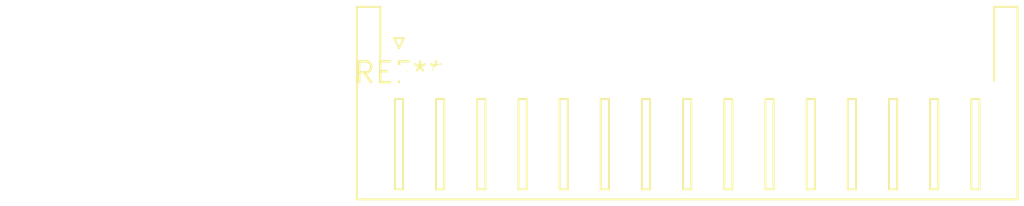
<source format=kicad_pcb>
(kicad_pcb (version 20240108) (generator pcbnew)
  (layers (0 "F.Cu" signal) (31 "B.Cu" signal) (34 "B.Paste" user) (35 "F.Paste" user) (36 "B.SilkS" user "B.Silkscreen") (37 "F.SilkS" user "F.Silkscreen") (38 "B.Mask" user) (39 "F.Mask" user) (44 "Edge.Cuts" user))
  (net 0 "")
  (footprint "JST_XH_S15B-XH-A-1_1x15_P2.50mm_Horizontal" (layer "F.Cu") (at 0 0)
    (property "Reference" "REF**")
    (property "Value" "JST_XH_S15B-XH-A-1_1x15_P2.50mm_Horizontal")
    (fp_line (start -2.56 -4.01) (end -1.14 -4.01) (layer "F.SilkS") (stroke (width 0.12)))
    (fp_line (start -2.56 7.71) (end -2.56 -4.01) (layer "F.SilkS") (stroke (width 0.12)))
    (fp_line (start -1.14 -4.01) (end -1.14 0.49) (layer "F.SilkS") (stroke (width 0.12)))
    (fp_line (start -0.3 -2.1) (end 0.3 -2.1) (layer "F.SilkS") (stroke (width 0.12)))
    (fp_line (start -0.25 1.6) (end -0.25 7.1) (layer "F.SilkS") (stroke (width 0.12)))
    (fp_line (start -0.25 7.1) (end 0.25 7.1) (layer "F.SilkS") (stroke (width 0.12)))
    (fp_line (start 0 -1.5) (end -0.3 -2.1) (layer "F.SilkS") (stroke (width 0.12)))
    (fp_line (start 0.25 1.6) (end -0.25 1.6) (layer "F.SilkS") (stroke (width 0.12)))
    (fp_line (start 0.25 7.1) (end 0.25 1.6) (layer "F.SilkS") (stroke (width 0.12)))
    (fp_line (start 0.3 -2.1) (end 0 -1.5) (layer "F.SilkS") (stroke (width 0.12)))
    (fp_line (start 2.25 1.6) (end 2.25 7.1) (layer "F.SilkS") (stroke (width 0.12)))
    (fp_line (start 2.25 7.1) (end 2.75 7.1) (layer "F.SilkS") (stroke (width 0.12)))
    (fp_line (start 2.75 1.6) (end 2.25 1.6) (layer "F.SilkS") (stroke (width 0.12)))
    (fp_line (start 2.75 7.1) (end 2.75 1.6) (layer "F.SilkS") (stroke (width 0.12)))
    (fp_line (start 4.75 1.6) (end 4.75 7.1) (layer "F.SilkS") (stroke (width 0.12)))
    (fp_line (start 4.75 7.1) (end 5.25 7.1) (layer "F.SilkS") (stroke (width 0.12)))
    (fp_line (start 5.25 1.6) (end 4.75 1.6) (layer "F.SilkS") (stroke (width 0.12)))
    (fp_line (start 5.25 7.1) (end 5.25 1.6) (layer "F.SilkS") (stroke (width 0.12)))
    (fp_line (start 7.25 1.6) (end 7.25 7.1) (layer "F.SilkS") (stroke (width 0.12)))
    (fp_line (start 7.25 7.1) (end 7.75 7.1) (layer "F.SilkS") (stroke (width 0.12)))
    (fp_line (start 7.75 1.6) (end 7.25 1.6) (layer "F.SilkS") (stroke (width 0.12)))
    (fp_line (start 7.75 7.1) (end 7.75 1.6) (layer "F.SilkS") (stroke (width 0.12)))
    (fp_line (start 9.75 1.6) (end 9.75 7.1) (layer "F.SilkS") (stroke (width 0.12)))
    (fp_line (start 9.75 7.1) (end 10.25 7.1) (layer "F.SilkS") (stroke (width 0.12)))
    (fp_line (start 10.25 1.6) (end 9.75 1.6) (layer "F.SilkS") (stroke (width 0.12)))
    (fp_line (start 10.25 7.1) (end 10.25 1.6) (layer "F.SilkS") (stroke (width 0.12)))
    (fp_line (start 12.25 1.6) (end 12.25 7.1) (layer "F.SilkS") (stroke (width 0.12)))
    (fp_line (start 12.25 7.1) (end 12.75 7.1) (layer "F.SilkS") (stroke (width 0.12)))
    (fp_line (start 12.75 1.6) (end 12.25 1.6) (layer "F.SilkS") (stroke (width 0.12)))
    (fp_line (start 12.75 7.1) (end 12.75 1.6) (layer "F.SilkS") (stroke (width 0.12)))
    (fp_line (start 14.75 1.6) (end 14.75 7.1) (layer "F.SilkS") (stroke (width 0.12)))
    (fp_line (start 14.75 7.1) (end 15.25 7.1) (layer "F.SilkS") (stroke (width 0.12)))
    (fp_line (start 15.25 1.6) (end 14.75 1.6) (layer "F.SilkS") (stroke (width 0.12)))
    (fp_line (start 15.25 7.1) (end 15.25 1.6) (layer "F.SilkS") (stroke (width 0.12)))
    (fp_line (start 17.25 1.6) (end 17.25 7.1) (layer "F.SilkS") (stroke (width 0.12)))
    (fp_line (start 17.25 7.1) (end 17.75 7.1) (layer "F.SilkS") (stroke (width 0.12)))
    (fp_line (start 17.5 7.71) (end -2.56 7.71) (layer "F.SilkS") (stroke (width 0.12)))
    (fp_line (start 17.5 7.71) (end 37.56 7.71) (layer "F.SilkS") (stroke (width 0.12)))
    (fp_line (start 17.75 1.6) (end 17.25 1.6) (layer "F.SilkS") (stroke (width 0.12)))
    (fp_line (start 17.75 7.1) (end 17.75 1.6) (layer "F.SilkS") (stroke (width 0.12)))
    (fp_line (start 19.75 1.6) (end 19.75 7.1) (layer "F.SilkS") (stroke (width 0.12)))
    (fp_line (start 19.75 7.1) (end 20.25 7.1) (layer "F.SilkS") (stroke (width 0.12)))
    (fp_line (start 20.25 1.6) (end 19.75 1.6) (layer "F.SilkS") (stroke (width 0.12)))
    (fp_line (start 20.25 7.1) (end 20.25 1.6) (layer "F.SilkS") (stroke (width 0.12)))
    (fp_line (start 22.25 1.6) (end 22.25 7.1) (layer "F.SilkS") (stroke (width 0.12)))
    (fp_line (start 22.25 7.1) (end 22.75 7.1) (layer "F.SilkS") (stroke (width 0.12)))
    (fp_line (start 22.75 1.6) (end 22.25 1.6) (layer "F.SilkS") (stroke (width 0.12)))
    (fp_line (start 22.75 7.1) (end 22.75 1.6) (layer "F.SilkS") (stroke (width 0.12)))
    (fp_line (start 24.75 1.6) (end 24.75 7.1) (layer "F.SilkS") (stroke (width 0.12)))
    (fp_line (start 24.75 7.1) (end 25.25 7.1) (layer "F.SilkS") (stroke (width 0.12)))
    (fp_line (start 25.25 1.6) (end 24.75 1.6) (layer "F.SilkS") (stroke (width 0.12)))
    (fp_line (start 25.25 7.1) (end 25.25 1.6) (layer "F.SilkS") (stroke (width 0.12)))
    (fp_line (start 27.25 1.6) (end 27.25 7.1) (layer "F.SilkS") (stroke (width 0.12)))
    (fp_line (start 27.25 7.1) (end 27.75 7.1) (layer "F.SilkS") (stroke (width 0.12)))
    (fp_line (start 27.75 1.6) (end 27.25 1.6) (layer "F.SilkS") (stroke (width 0.12)))
    (fp_line (start 27.75 7.1) (end 27.75 1.6) (layer "F.SilkS") (stroke (width 0.12)))
    (fp_line (start 29.75 1.6) (end 29.75 7.1) (layer "F.SilkS") (stroke (width 0.12)))
    (fp_line (start 29.75 7.1) (end 30.25 7.1) (layer "F.SilkS") (stroke (width 0.12)))
    (fp_line (start 30.25 1.6) (end 29.75 1.6) (layer "F.SilkS") (stroke (width 0.12)))
    (fp_line (start 30.25 7.1) (end 30.25 1.6) (layer "F.SilkS") (stroke (width 0.12)))
    (fp_line (start 32.25 1.6) (end 32.25 7.1) (layer "F.SilkS") (stroke (width 0.12)))
    (fp_line (start 32.25 7.1) (end 32.75 7.1) (layer "F.SilkS") (stroke (width 0.12)))
    (fp_line (start 32.75 1.6) (end 32.25 1.6) (layer "F.SilkS") (stroke (width 0.12)))
    (fp_line (start 32.75 7.1) (end 32.75 1.6) (layer "F.SilkS") (stroke (width 0.12)))
    (fp_line (start 34.75 1.6) (end 34.75 7.1) (layer "F.SilkS") (stroke (width 0.12)))
    (fp_line (start 34.75 7.1) (end 35.25 7.1) (layer "F.SilkS") (stroke (width 0.12)))
    (fp_line (start 35.25 1.6) (end 34.75 1.6) (layer "F.SilkS") (stroke (width 0.12)))
    (fp_line (start 35.25 7.1) (end 35.25 1.6) (layer "F.SilkS") (stroke (width 0.12)))
    (fp_line (start 36.14 -4.01) (end 36.14 0.49) (layer "F.SilkS") (stroke (width 0.12)))
    (fp_line (start 37.56 -4.01) (end 36.14 -4.01) (layer "F.SilkS") (stroke (width 0.12)))
    (fp_line (start 37.56 7.71) (end 37.56 -4.01) (layer "F.SilkS") (stroke (width 0.12)))
    (pad "1" thru_hole roundrect (at 0 0) (size 1.7 1.95) (drill 0.95) (layers *.Cu *.Mask) (remove_unused_layers) (roundrect_rratio 0.147059))
    (pad "2" thru_hole oval (at 2.5 0) (size 1.7 1.95) (drill 0.95) (layers *.Cu *.Mask) (remove_unused_layers))
    (pad "3" thru_hole oval (at 5 0) (size 1.7 1.95) (drill 0.95) (layers *.Cu *.Mask) (remove_unused_layers))
    (pad "4" thru_hole oval (at 7.5 0) (size 1.7 1.95) (drill 0.95) (layers *.Cu *.Mask) (remove_unused_layers))
    (pad "5" thru_hole oval (at 10 0) (size 1.7 1.95) (drill 0.95) (layers *.Cu *.Mask) (remove_unused_layers))
    (pad "6" thru_hole oval (at 12.5 0) (size 1.7 1.95) (drill 0.95) (layers *.Cu *.Mask) (remove_unused_layers))
    (pad "7" thru_hole oval (at 15 0) (size 1.7 1.95) (drill 0.95) (layers *.Cu *.Mask) (remove_unused_layers))
    (pad "8" thru_hole oval (at 17.5 0) (size 1.7 1.95) (drill 0.95) (layers *.Cu *.Mask) (remove_unused_layers))
    (pad "9" thru_hole oval (at 20 0) (size 1.7 1.95) (drill 0.95) (layers *.Cu *.Mask) (remove_unused_layers))
    (pad "10" thru_hole oval (at 22.5 0) (size 1.7 1.95) (drill 0.95) (layers *.Cu *.Mask) (remove_unused_layers))
    (pad "11" thru_hole oval (at 25 0) (size 1.7 1.95) (drill 0.95) (layers *.Cu *.Mask) (remove_unused_layers))
    (pad "12" thru_hole oval (at 27.5 0) (size 1.7 1.95) (drill 0.95) (layers *.Cu *.Mask) (remove_unused_layers))
    (pad "13" thru_hole oval (at 30 0) (size 1.7 1.95) (drill 0.95) (layers *.Cu *.Mask) (remove_unused_layers))
    (pad "14" thru_hole oval (at 32.5 0) (size 1.7 1.95) (drill 0.95) (layers *.Cu *.Mask) (remove_unused_layers))
    (pad "15" thru_hole oval (at 35 0) (size 1.7 1.95) (drill 0.95) (layers *.Cu *.Mask) (remove_unused_layers))
  )
)
</source>
